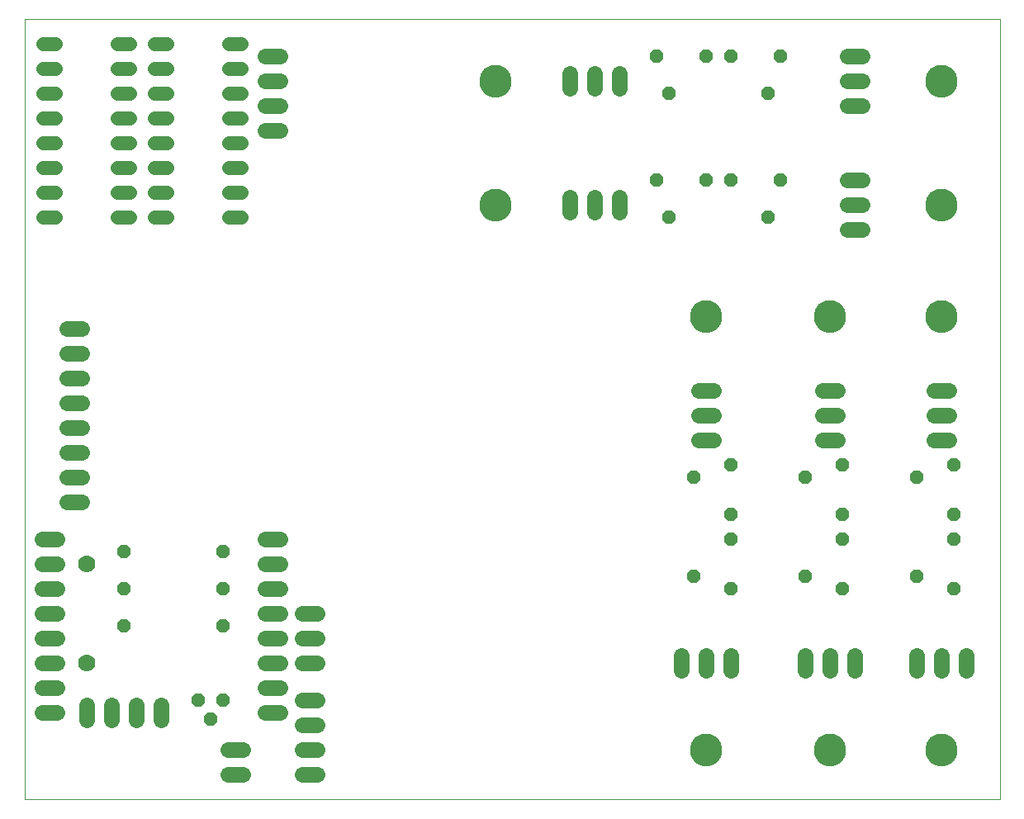
<source format=gbs>
G75*
%MOIN*%
%OFA0B0*%
%FSLAX25Y25*%
%IPPOS*%
%LPD*%
%AMOC8*
5,1,8,0,0,1.08239X$1,22.5*
%
%ADD10C,0.00000*%
%ADD11C,0.06400*%
%ADD12C,0.07000*%
%ADD13OC8,0.05600*%
%ADD14C,0.05600*%
%ADD15C,0.12998*%
D10*
X0002600Y0002600D02*
X0002600Y0317561D01*
X0396301Y0317561D01*
X0396301Y0002600D01*
X0002600Y0002600D01*
X0271301Y0022600D02*
X0271303Y0022758D01*
X0271309Y0022916D01*
X0271319Y0023074D01*
X0271333Y0023232D01*
X0271351Y0023389D01*
X0271372Y0023546D01*
X0271398Y0023702D01*
X0271428Y0023858D01*
X0271461Y0024013D01*
X0271499Y0024166D01*
X0271540Y0024319D01*
X0271585Y0024471D01*
X0271634Y0024622D01*
X0271687Y0024771D01*
X0271743Y0024919D01*
X0271803Y0025065D01*
X0271867Y0025210D01*
X0271935Y0025353D01*
X0272006Y0025495D01*
X0272080Y0025635D01*
X0272158Y0025772D01*
X0272240Y0025908D01*
X0272324Y0026042D01*
X0272413Y0026173D01*
X0272504Y0026302D01*
X0272599Y0026429D01*
X0272696Y0026554D01*
X0272797Y0026676D01*
X0272901Y0026795D01*
X0273008Y0026912D01*
X0273118Y0027026D01*
X0273231Y0027137D01*
X0273346Y0027246D01*
X0273464Y0027351D01*
X0273585Y0027453D01*
X0273708Y0027553D01*
X0273834Y0027649D01*
X0273962Y0027742D01*
X0274092Y0027832D01*
X0274225Y0027918D01*
X0274360Y0028002D01*
X0274496Y0028081D01*
X0274635Y0028158D01*
X0274776Y0028230D01*
X0274918Y0028300D01*
X0275062Y0028365D01*
X0275208Y0028427D01*
X0275355Y0028485D01*
X0275504Y0028540D01*
X0275654Y0028591D01*
X0275805Y0028638D01*
X0275957Y0028681D01*
X0276110Y0028720D01*
X0276265Y0028756D01*
X0276420Y0028787D01*
X0276576Y0028815D01*
X0276732Y0028839D01*
X0276889Y0028859D01*
X0277047Y0028875D01*
X0277204Y0028887D01*
X0277363Y0028895D01*
X0277521Y0028899D01*
X0277679Y0028899D01*
X0277837Y0028895D01*
X0277996Y0028887D01*
X0278153Y0028875D01*
X0278311Y0028859D01*
X0278468Y0028839D01*
X0278624Y0028815D01*
X0278780Y0028787D01*
X0278935Y0028756D01*
X0279090Y0028720D01*
X0279243Y0028681D01*
X0279395Y0028638D01*
X0279546Y0028591D01*
X0279696Y0028540D01*
X0279845Y0028485D01*
X0279992Y0028427D01*
X0280138Y0028365D01*
X0280282Y0028300D01*
X0280424Y0028230D01*
X0280565Y0028158D01*
X0280704Y0028081D01*
X0280840Y0028002D01*
X0280975Y0027918D01*
X0281108Y0027832D01*
X0281238Y0027742D01*
X0281366Y0027649D01*
X0281492Y0027553D01*
X0281615Y0027453D01*
X0281736Y0027351D01*
X0281854Y0027246D01*
X0281969Y0027137D01*
X0282082Y0027026D01*
X0282192Y0026912D01*
X0282299Y0026795D01*
X0282403Y0026676D01*
X0282504Y0026554D01*
X0282601Y0026429D01*
X0282696Y0026302D01*
X0282787Y0026173D01*
X0282876Y0026042D01*
X0282960Y0025908D01*
X0283042Y0025772D01*
X0283120Y0025635D01*
X0283194Y0025495D01*
X0283265Y0025353D01*
X0283333Y0025210D01*
X0283397Y0025065D01*
X0283457Y0024919D01*
X0283513Y0024771D01*
X0283566Y0024622D01*
X0283615Y0024471D01*
X0283660Y0024319D01*
X0283701Y0024166D01*
X0283739Y0024013D01*
X0283772Y0023858D01*
X0283802Y0023702D01*
X0283828Y0023546D01*
X0283849Y0023389D01*
X0283867Y0023232D01*
X0283881Y0023074D01*
X0283891Y0022916D01*
X0283897Y0022758D01*
X0283899Y0022600D01*
X0283897Y0022442D01*
X0283891Y0022284D01*
X0283881Y0022126D01*
X0283867Y0021968D01*
X0283849Y0021811D01*
X0283828Y0021654D01*
X0283802Y0021498D01*
X0283772Y0021342D01*
X0283739Y0021187D01*
X0283701Y0021034D01*
X0283660Y0020881D01*
X0283615Y0020729D01*
X0283566Y0020578D01*
X0283513Y0020429D01*
X0283457Y0020281D01*
X0283397Y0020135D01*
X0283333Y0019990D01*
X0283265Y0019847D01*
X0283194Y0019705D01*
X0283120Y0019565D01*
X0283042Y0019428D01*
X0282960Y0019292D01*
X0282876Y0019158D01*
X0282787Y0019027D01*
X0282696Y0018898D01*
X0282601Y0018771D01*
X0282504Y0018646D01*
X0282403Y0018524D01*
X0282299Y0018405D01*
X0282192Y0018288D01*
X0282082Y0018174D01*
X0281969Y0018063D01*
X0281854Y0017954D01*
X0281736Y0017849D01*
X0281615Y0017747D01*
X0281492Y0017647D01*
X0281366Y0017551D01*
X0281238Y0017458D01*
X0281108Y0017368D01*
X0280975Y0017282D01*
X0280840Y0017198D01*
X0280704Y0017119D01*
X0280565Y0017042D01*
X0280424Y0016970D01*
X0280282Y0016900D01*
X0280138Y0016835D01*
X0279992Y0016773D01*
X0279845Y0016715D01*
X0279696Y0016660D01*
X0279546Y0016609D01*
X0279395Y0016562D01*
X0279243Y0016519D01*
X0279090Y0016480D01*
X0278935Y0016444D01*
X0278780Y0016413D01*
X0278624Y0016385D01*
X0278468Y0016361D01*
X0278311Y0016341D01*
X0278153Y0016325D01*
X0277996Y0016313D01*
X0277837Y0016305D01*
X0277679Y0016301D01*
X0277521Y0016301D01*
X0277363Y0016305D01*
X0277204Y0016313D01*
X0277047Y0016325D01*
X0276889Y0016341D01*
X0276732Y0016361D01*
X0276576Y0016385D01*
X0276420Y0016413D01*
X0276265Y0016444D01*
X0276110Y0016480D01*
X0275957Y0016519D01*
X0275805Y0016562D01*
X0275654Y0016609D01*
X0275504Y0016660D01*
X0275355Y0016715D01*
X0275208Y0016773D01*
X0275062Y0016835D01*
X0274918Y0016900D01*
X0274776Y0016970D01*
X0274635Y0017042D01*
X0274496Y0017119D01*
X0274360Y0017198D01*
X0274225Y0017282D01*
X0274092Y0017368D01*
X0273962Y0017458D01*
X0273834Y0017551D01*
X0273708Y0017647D01*
X0273585Y0017747D01*
X0273464Y0017849D01*
X0273346Y0017954D01*
X0273231Y0018063D01*
X0273118Y0018174D01*
X0273008Y0018288D01*
X0272901Y0018405D01*
X0272797Y0018524D01*
X0272696Y0018646D01*
X0272599Y0018771D01*
X0272504Y0018898D01*
X0272413Y0019027D01*
X0272324Y0019158D01*
X0272240Y0019292D01*
X0272158Y0019428D01*
X0272080Y0019565D01*
X0272006Y0019705D01*
X0271935Y0019847D01*
X0271867Y0019990D01*
X0271803Y0020135D01*
X0271743Y0020281D01*
X0271687Y0020429D01*
X0271634Y0020578D01*
X0271585Y0020729D01*
X0271540Y0020881D01*
X0271499Y0021034D01*
X0271461Y0021187D01*
X0271428Y0021342D01*
X0271398Y0021498D01*
X0271372Y0021654D01*
X0271351Y0021811D01*
X0271333Y0021968D01*
X0271319Y0022126D01*
X0271309Y0022284D01*
X0271303Y0022442D01*
X0271301Y0022600D01*
X0321301Y0022600D02*
X0321303Y0022758D01*
X0321309Y0022916D01*
X0321319Y0023074D01*
X0321333Y0023232D01*
X0321351Y0023389D01*
X0321372Y0023546D01*
X0321398Y0023702D01*
X0321428Y0023858D01*
X0321461Y0024013D01*
X0321499Y0024166D01*
X0321540Y0024319D01*
X0321585Y0024471D01*
X0321634Y0024622D01*
X0321687Y0024771D01*
X0321743Y0024919D01*
X0321803Y0025065D01*
X0321867Y0025210D01*
X0321935Y0025353D01*
X0322006Y0025495D01*
X0322080Y0025635D01*
X0322158Y0025772D01*
X0322240Y0025908D01*
X0322324Y0026042D01*
X0322413Y0026173D01*
X0322504Y0026302D01*
X0322599Y0026429D01*
X0322696Y0026554D01*
X0322797Y0026676D01*
X0322901Y0026795D01*
X0323008Y0026912D01*
X0323118Y0027026D01*
X0323231Y0027137D01*
X0323346Y0027246D01*
X0323464Y0027351D01*
X0323585Y0027453D01*
X0323708Y0027553D01*
X0323834Y0027649D01*
X0323962Y0027742D01*
X0324092Y0027832D01*
X0324225Y0027918D01*
X0324360Y0028002D01*
X0324496Y0028081D01*
X0324635Y0028158D01*
X0324776Y0028230D01*
X0324918Y0028300D01*
X0325062Y0028365D01*
X0325208Y0028427D01*
X0325355Y0028485D01*
X0325504Y0028540D01*
X0325654Y0028591D01*
X0325805Y0028638D01*
X0325957Y0028681D01*
X0326110Y0028720D01*
X0326265Y0028756D01*
X0326420Y0028787D01*
X0326576Y0028815D01*
X0326732Y0028839D01*
X0326889Y0028859D01*
X0327047Y0028875D01*
X0327204Y0028887D01*
X0327363Y0028895D01*
X0327521Y0028899D01*
X0327679Y0028899D01*
X0327837Y0028895D01*
X0327996Y0028887D01*
X0328153Y0028875D01*
X0328311Y0028859D01*
X0328468Y0028839D01*
X0328624Y0028815D01*
X0328780Y0028787D01*
X0328935Y0028756D01*
X0329090Y0028720D01*
X0329243Y0028681D01*
X0329395Y0028638D01*
X0329546Y0028591D01*
X0329696Y0028540D01*
X0329845Y0028485D01*
X0329992Y0028427D01*
X0330138Y0028365D01*
X0330282Y0028300D01*
X0330424Y0028230D01*
X0330565Y0028158D01*
X0330704Y0028081D01*
X0330840Y0028002D01*
X0330975Y0027918D01*
X0331108Y0027832D01*
X0331238Y0027742D01*
X0331366Y0027649D01*
X0331492Y0027553D01*
X0331615Y0027453D01*
X0331736Y0027351D01*
X0331854Y0027246D01*
X0331969Y0027137D01*
X0332082Y0027026D01*
X0332192Y0026912D01*
X0332299Y0026795D01*
X0332403Y0026676D01*
X0332504Y0026554D01*
X0332601Y0026429D01*
X0332696Y0026302D01*
X0332787Y0026173D01*
X0332876Y0026042D01*
X0332960Y0025908D01*
X0333042Y0025772D01*
X0333120Y0025635D01*
X0333194Y0025495D01*
X0333265Y0025353D01*
X0333333Y0025210D01*
X0333397Y0025065D01*
X0333457Y0024919D01*
X0333513Y0024771D01*
X0333566Y0024622D01*
X0333615Y0024471D01*
X0333660Y0024319D01*
X0333701Y0024166D01*
X0333739Y0024013D01*
X0333772Y0023858D01*
X0333802Y0023702D01*
X0333828Y0023546D01*
X0333849Y0023389D01*
X0333867Y0023232D01*
X0333881Y0023074D01*
X0333891Y0022916D01*
X0333897Y0022758D01*
X0333899Y0022600D01*
X0333897Y0022442D01*
X0333891Y0022284D01*
X0333881Y0022126D01*
X0333867Y0021968D01*
X0333849Y0021811D01*
X0333828Y0021654D01*
X0333802Y0021498D01*
X0333772Y0021342D01*
X0333739Y0021187D01*
X0333701Y0021034D01*
X0333660Y0020881D01*
X0333615Y0020729D01*
X0333566Y0020578D01*
X0333513Y0020429D01*
X0333457Y0020281D01*
X0333397Y0020135D01*
X0333333Y0019990D01*
X0333265Y0019847D01*
X0333194Y0019705D01*
X0333120Y0019565D01*
X0333042Y0019428D01*
X0332960Y0019292D01*
X0332876Y0019158D01*
X0332787Y0019027D01*
X0332696Y0018898D01*
X0332601Y0018771D01*
X0332504Y0018646D01*
X0332403Y0018524D01*
X0332299Y0018405D01*
X0332192Y0018288D01*
X0332082Y0018174D01*
X0331969Y0018063D01*
X0331854Y0017954D01*
X0331736Y0017849D01*
X0331615Y0017747D01*
X0331492Y0017647D01*
X0331366Y0017551D01*
X0331238Y0017458D01*
X0331108Y0017368D01*
X0330975Y0017282D01*
X0330840Y0017198D01*
X0330704Y0017119D01*
X0330565Y0017042D01*
X0330424Y0016970D01*
X0330282Y0016900D01*
X0330138Y0016835D01*
X0329992Y0016773D01*
X0329845Y0016715D01*
X0329696Y0016660D01*
X0329546Y0016609D01*
X0329395Y0016562D01*
X0329243Y0016519D01*
X0329090Y0016480D01*
X0328935Y0016444D01*
X0328780Y0016413D01*
X0328624Y0016385D01*
X0328468Y0016361D01*
X0328311Y0016341D01*
X0328153Y0016325D01*
X0327996Y0016313D01*
X0327837Y0016305D01*
X0327679Y0016301D01*
X0327521Y0016301D01*
X0327363Y0016305D01*
X0327204Y0016313D01*
X0327047Y0016325D01*
X0326889Y0016341D01*
X0326732Y0016361D01*
X0326576Y0016385D01*
X0326420Y0016413D01*
X0326265Y0016444D01*
X0326110Y0016480D01*
X0325957Y0016519D01*
X0325805Y0016562D01*
X0325654Y0016609D01*
X0325504Y0016660D01*
X0325355Y0016715D01*
X0325208Y0016773D01*
X0325062Y0016835D01*
X0324918Y0016900D01*
X0324776Y0016970D01*
X0324635Y0017042D01*
X0324496Y0017119D01*
X0324360Y0017198D01*
X0324225Y0017282D01*
X0324092Y0017368D01*
X0323962Y0017458D01*
X0323834Y0017551D01*
X0323708Y0017647D01*
X0323585Y0017747D01*
X0323464Y0017849D01*
X0323346Y0017954D01*
X0323231Y0018063D01*
X0323118Y0018174D01*
X0323008Y0018288D01*
X0322901Y0018405D01*
X0322797Y0018524D01*
X0322696Y0018646D01*
X0322599Y0018771D01*
X0322504Y0018898D01*
X0322413Y0019027D01*
X0322324Y0019158D01*
X0322240Y0019292D01*
X0322158Y0019428D01*
X0322080Y0019565D01*
X0322006Y0019705D01*
X0321935Y0019847D01*
X0321867Y0019990D01*
X0321803Y0020135D01*
X0321743Y0020281D01*
X0321687Y0020429D01*
X0321634Y0020578D01*
X0321585Y0020729D01*
X0321540Y0020881D01*
X0321499Y0021034D01*
X0321461Y0021187D01*
X0321428Y0021342D01*
X0321398Y0021498D01*
X0321372Y0021654D01*
X0321351Y0021811D01*
X0321333Y0021968D01*
X0321319Y0022126D01*
X0321309Y0022284D01*
X0321303Y0022442D01*
X0321301Y0022600D01*
X0366301Y0022600D02*
X0366303Y0022758D01*
X0366309Y0022916D01*
X0366319Y0023074D01*
X0366333Y0023232D01*
X0366351Y0023389D01*
X0366372Y0023546D01*
X0366398Y0023702D01*
X0366428Y0023858D01*
X0366461Y0024013D01*
X0366499Y0024166D01*
X0366540Y0024319D01*
X0366585Y0024471D01*
X0366634Y0024622D01*
X0366687Y0024771D01*
X0366743Y0024919D01*
X0366803Y0025065D01*
X0366867Y0025210D01*
X0366935Y0025353D01*
X0367006Y0025495D01*
X0367080Y0025635D01*
X0367158Y0025772D01*
X0367240Y0025908D01*
X0367324Y0026042D01*
X0367413Y0026173D01*
X0367504Y0026302D01*
X0367599Y0026429D01*
X0367696Y0026554D01*
X0367797Y0026676D01*
X0367901Y0026795D01*
X0368008Y0026912D01*
X0368118Y0027026D01*
X0368231Y0027137D01*
X0368346Y0027246D01*
X0368464Y0027351D01*
X0368585Y0027453D01*
X0368708Y0027553D01*
X0368834Y0027649D01*
X0368962Y0027742D01*
X0369092Y0027832D01*
X0369225Y0027918D01*
X0369360Y0028002D01*
X0369496Y0028081D01*
X0369635Y0028158D01*
X0369776Y0028230D01*
X0369918Y0028300D01*
X0370062Y0028365D01*
X0370208Y0028427D01*
X0370355Y0028485D01*
X0370504Y0028540D01*
X0370654Y0028591D01*
X0370805Y0028638D01*
X0370957Y0028681D01*
X0371110Y0028720D01*
X0371265Y0028756D01*
X0371420Y0028787D01*
X0371576Y0028815D01*
X0371732Y0028839D01*
X0371889Y0028859D01*
X0372047Y0028875D01*
X0372204Y0028887D01*
X0372363Y0028895D01*
X0372521Y0028899D01*
X0372679Y0028899D01*
X0372837Y0028895D01*
X0372996Y0028887D01*
X0373153Y0028875D01*
X0373311Y0028859D01*
X0373468Y0028839D01*
X0373624Y0028815D01*
X0373780Y0028787D01*
X0373935Y0028756D01*
X0374090Y0028720D01*
X0374243Y0028681D01*
X0374395Y0028638D01*
X0374546Y0028591D01*
X0374696Y0028540D01*
X0374845Y0028485D01*
X0374992Y0028427D01*
X0375138Y0028365D01*
X0375282Y0028300D01*
X0375424Y0028230D01*
X0375565Y0028158D01*
X0375704Y0028081D01*
X0375840Y0028002D01*
X0375975Y0027918D01*
X0376108Y0027832D01*
X0376238Y0027742D01*
X0376366Y0027649D01*
X0376492Y0027553D01*
X0376615Y0027453D01*
X0376736Y0027351D01*
X0376854Y0027246D01*
X0376969Y0027137D01*
X0377082Y0027026D01*
X0377192Y0026912D01*
X0377299Y0026795D01*
X0377403Y0026676D01*
X0377504Y0026554D01*
X0377601Y0026429D01*
X0377696Y0026302D01*
X0377787Y0026173D01*
X0377876Y0026042D01*
X0377960Y0025908D01*
X0378042Y0025772D01*
X0378120Y0025635D01*
X0378194Y0025495D01*
X0378265Y0025353D01*
X0378333Y0025210D01*
X0378397Y0025065D01*
X0378457Y0024919D01*
X0378513Y0024771D01*
X0378566Y0024622D01*
X0378615Y0024471D01*
X0378660Y0024319D01*
X0378701Y0024166D01*
X0378739Y0024013D01*
X0378772Y0023858D01*
X0378802Y0023702D01*
X0378828Y0023546D01*
X0378849Y0023389D01*
X0378867Y0023232D01*
X0378881Y0023074D01*
X0378891Y0022916D01*
X0378897Y0022758D01*
X0378899Y0022600D01*
X0378897Y0022442D01*
X0378891Y0022284D01*
X0378881Y0022126D01*
X0378867Y0021968D01*
X0378849Y0021811D01*
X0378828Y0021654D01*
X0378802Y0021498D01*
X0378772Y0021342D01*
X0378739Y0021187D01*
X0378701Y0021034D01*
X0378660Y0020881D01*
X0378615Y0020729D01*
X0378566Y0020578D01*
X0378513Y0020429D01*
X0378457Y0020281D01*
X0378397Y0020135D01*
X0378333Y0019990D01*
X0378265Y0019847D01*
X0378194Y0019705D01*
X0378120Y0019565D01*
X0378042Y0019428D01*
X0377960Y0019292D01*
X0377876Y0019158D01*
X0377787Y0019027D01*
X0377696Y0018898D01*
X0377601Y0018771D01*
X0377504Y0018646D01*
X0377403Y0018524D01*
X0377299Y0018405D01*
X0377192Y0018288D01*
X0377082Y0018174D01*
X0376969Y0018063D01*
X0376854Y0017954D01*
X0376736Y0017849D01*
X0376615Y0017747D01*
X0376492Y0017647D01*
X0376366Y0017551D01*
X0376238Y0017458D01*
X0376108Y0017368D01*
X0375975Y0017282D01*
X0375840Y0017198D01*
X0375704Y0017119D01*
X0375565Y0017042D01*
X0375424Y0016970D01*
X0375282Y0016900D01*
X0375138Y0016835D01*
X0374992Y0016773D01*
X0374845Y0016715D01*
X0374696Y0016660D01*
X0374546Y0016609D01*
X0374395Y0016562D01*
X0374243Y0016519D01*
X0374090Y0016480D01*
X0373935Y0016444D01*
X0373780Y0016413D01*
X0373624Y0016385D01*
X0373468Y0016361D01*
X0373311Y0016341D01*
X0373153Y0016325D01*
X0372996Y0016313D01*
X0372837Y0016305D01*
X0372679Y0016301D01*
X0372521Y0016301D01*
X0372363Y0016305D01*
X0372204Y0016313D01*
X0372047Y0016325D01*
X0371889Y0016341D01*
X0371732Y0016361D01*
X0371576Y0016385D01*
X0371420Y0016413D01*
X0371265Y0016444D01*
X0371110Y0016480D01*
X0370957Y0016519D01*
X0370805Y0016562D01*
X0370654Y0016609D01*
X0370504Y0016660D01*
X0370355Y0016715D01*
X0370208Y0016773D01*
X0370062Y0016835D01*
X0369918Y0016900D01*
X0369776Y0016970D01*
X0369635Y0017042D01*
X0369496Y0017119D01*
X0369360Y0017198D01*
X0369225Y0017282D01*
X0369092Y0017368D01*
X0368962Y0017458D01*
X0368834Y0017551D01*
X0368708Y0017647D01*
X0368585Y0017747D01*
X0368464Y0017849D01*
X0368346Y0017954D01*
X0368231Y0018063D01*
X0368118Y0018174D01*
X0368008Y0018288D01*
X0367901Y0018405D01*
X0367797Y0018524D01*
X0367696Y0018646D01*
X0367599Y0018771D01*
X0367504Y0018898D01*
X0367413Y0019027D01*
X0367324Y0019158D01*
X0367240Y0019292D01*
X0367158Y0019428D01*
X0367080Y0019565D01*
X0367006Y0019705D01*
X0366935Y0019847D01*
X0366867Y0019990D01*
X0366803Y0020135D01*
X0366743Y0020281D01*
X0366687Y0020429D01*
X0366634Y0020578D01*
X0366585Y0020729D01*
X0366540Y0020881D01*
X0366499Y0021034D01*
X0366461Y0021187D01*
X0366428Y0021342D01*
X0366398Y0021498D01*
X0366372Y0021654D01*
X0366351Y0021811D01*
X0366333Y0021968D01*
X0366319Y0022126D01*
X0366309Y0022284D01*
X0366303Y0022442D01*
X0366301Y0022600D01*
X0366301Y0197600D02*
X0366303Y0197758D01*
X0366309Y0197916D01*
X0366319Y0198074D01*
X0366333Y0198232D01*
X0366351Y0198389D01*
X0366372Y0198546D01*
X0366398Y0198702D01*
X0366428Y0198858D01*
X0366461Y0199013D01*
X0366499Y0199166D01*
X0366540Y0199319D01*
X0366585Y0199471D01*
X0366634Y0199622D01*
X0366687Y0199771D01*
X0366743Y0199919D01*
X0366803Y0200065D01*
X0366867Y0200210D01*
X0366935Y0200353D01*
X0367006Y0200495D01*
X0367080Y0200635D01*
X0367158Y0200772D01*
X0367240Y0200908D01*
X0367324Y0201042D01*
X0367413Y0201173D01*
X0367504Y0201302D01*
X0367599Y0201429D01*
X0367696Y0201554D01*
X0367797Y0201676D01*
X0367901Y0201795D01*
X0368008Y0201912D01*
X0368118Y0202026D01*
X0368231Y0202137D01*
X0368346Y0202246D01*
X0368464Y0202351D01*
X0368585Y0202453D01*
X0368708Y0202553D01*
X0368834Y0202649D01*
X0368962Y0202742D01*
X0369092Y0202832D01*
X0369225Y0202918D01*
X0369360Y0203002D01*
X0369496Y0203081D01*
X0369635Y0203158D01*
X0369776Y0203230D01*
X0369918Y0203300D01*
X0370062Y0203365D01*
X0370208Y0203427D01*
X0370355Y0203485D01*
X0370504Y0203540D01*
X0370654Y0203591D01*
X0370805Y0203638D01*
X0370957Y0203681D01*
X0371110Y0203720D01*
X0371265Y0203756D01*
X0371420Y0203787D01*
X0371576Y0203815D01*
X0371732Y0203839D01*
X0371889Y0203859D01*
X0372047Y0203875D01*
X0372204Y0203887D01*
X0372363Y0203895D01*
X0372521Y0203899D01*
X0372679Y0203899D01*
X0372837Y0203895D01*
X0372996Y0203887D01*
X0373153Y0203875D01*
X0373311Y0203859D01*
X0373468Y0203839D01*
X0373624Y0203815D01*
X0373780Y0203787D01*
X0373935Y0203756D01*
X0374090Y0203720D01*
X0374243Y0203681D01*
X0374395Y0203638D01*
X0374546Y0203591D01*
X0374696Y0203540D01*
X0374845Y0203485D01*
X0374992Y0203427D01*
X0375138Y0203365D01*
X0375282Y0203300D01*
X0375424Y0203230D01*
X0375565Y0203158D01*
X0375704Y0203081D01*
X0375840Y0203002D01*
X0375975Y0202918D01*
X0376108Y0202832D01*
X0376238Y0202742D01*
X0376366Y0202649D01*
X0376492Y0202553D01*
X0376615Y0202453D01*
X0376736Y0202351D01*
X0376854Y0202246D01*
X0376969Y0202137D01*
X0377082Y0202026D01*
X0377192Y0201912D01*
X0377299Y0201795D01*
X0377403Y0201676D01*
X0377504Y0201554D01*
X0377601Y0201429D01*
X0377696Y0201302D01*
X0377787Y0201173D01*
X0377876Y0201042D01*
X0377960Y0200908D01*
X0378042Y0200772D01*
X0378120Y0200635D01*
X0378194Y0200495D01*
X0378265Y0200353D01*
X0378333Y0200210D01*
X0378397Y0200065D01*
X0378457Y0199919D01*
X0378513Y0199771D01*
X0378566Y0199622D01*
X0378615Y0199471D01*
X0378660Y0199319D01*
X0378701Y0199166D01*
X0378739Y0199013D01*
X0378772Y0198858D01*
X0378802Y0198702D01*
X0378828Y0198546D01*
X0378849Y0198389D01*
X0378867Y0198232D01*
X0378881Y0198074D01*
X0378891Y0197916D01*
X0378897Y0197758D01*
X0378899Y0197600D01*
X0378897Y0197442D01*
X0378891Y0197284D01*
X0378881Y0197126D01*
X0378867Y0196968D01*
X0378849Y0196811D01*
X0378828Y0196654D01*
X0378802Y0196498D01*
X0378772Y0196342D01*
X0378739Y0196187D01*
X0378701Y0196034D01*
X0378660Y0195881D01*
X0378615Y0195729D01*
X0378566Y0195578D01*
X0378513Y0195429D01*
X0378457Y0195281D01*
X0378397Y0195135D01*
X0378333Y0194990D01*
X0378265Y0194847D01*
X0378194Y0194705D01*
X0378120Y0194565D01*
X0378042Y0194428D01*
X0377960Y0194292D01*
X0377876Y0194158D01*
X0377787Y0194027D01*
X0377696Y0193898D01*
X0377601Y0193771D01*
X0377504Y0193646D01*
X0377403Y0193524D01*
X0377299Y0193405D01*
X0377192Y0193288D01*
X0377082Y0193174D01*
X0376969Y0193063D01*
X0376854Y0192954D01*
X0376736Y0192849D01*
X0376615Y0192747D01*
X0376492Y0192647D01*
X0376366Y0192551D01*
X0376238Y0192458D01*
X0376108Y0192368D01*
X0375975Y0192282D01*
X0375840Y0192198D01*
X0375704Y0192119D01*
X0375565Y0192042D01*
X0375424Y0191970D01*
X0375282Y0191900D01*
X0375138Y0191835D01*
X0374992Y0191773D01*
X0374845Y0191715D01*
X0374696Y0191660D01*
X0374546Y0191609D01*
X0374395Y0191562D01*
X0374243Y0191519D01*
X0374090Y0191480D01*
X0373935Y0191444D01*
X0373780Y0191413D01*
X0373624Y0191385D01*
X0373468Y0191361D01*
X0373311Y0191341D01*
X0373153Y0191325D01*
X0372996Y0191313D01*
X0372837Y0191305D01*
X0372679Y0191301D01*
X0372521Y0191301D01*
X0372363Y0191305D01*
X0372204Y0191313D01*
X0372047Y0191325D01*
X0371889Y0191341D01*
X0371732Y0191361D01*
X0371576Y0191385D01*
X0371420Y0191413D01*
X0371265Y0191444D01*
X0371110Y0191480D01*
X0370957Y0191519D01*
X0370805Y0191562D01*
X0370654Y0191609D01*
X0370504Y0191660D01*
X0370355Y0191715D01*
X0370208Y0191773D01*
X0370062Y0191835D01*
X0369918Y0191900D01*
X0369776Y0191970D01*
X0369635Y0192042D01*
X0369496Y0192119D01*
X0369360Y0192198D01*
X0369225Y0192282D01*
X0369092Y0192368D01*
X0368962Y0192458D01*
X0368834Y0192551D01*
X0368708Y0192647D01*
X0368585Y0192747D01*
X0368464Y0192849D01*
X0368346Y0192954D01*
X0368231Y0193063D01*
X0368118Y0193174D01*
X0368008Y0193288D01*
X0367901Y0193405D01*
X0367797Y0193524D01*
X0367696Y0193646D01*
X0367599Y0193771D01*
X0367504Y0193898D01*
X0367413Y0194027D01*
X0367324Y0194158D01*
X0367240Y0194292D01*
X0367158Y0194428D01*
X0367080Y0194565D01*
X0367006Y0194705D01*
X0366935Y0194847D01*
X0366867Y0194990D01*
X0366803Y0195135D01*
X0366743Y0195281D01*
X0366687Y0195429D01*
X0366634Y0195578D01*
X0366585Y0195729D01*
X0366540Y0195881D01*
X0366499Y0196034D01*
X0366461Y0196187D01*
X0366428Y0196342D01*
X0366398Y0196498D01*
X0366372Y0196654D01*
X0366351Y0196811D01*
X0366333Y0196968D01*
X0366319Y0197126D01*
X0366309Y0197284D01*
X0366303Y0197442D01*
X0366301Y0197600D01*
X0321301Y0197600D02*
X0321303Y0197758D01*
X0321309Y0197916D01*
X0321319Y0198074D01*
X0321333Y0198232D01*
X0321351Y0198389D01*
X0321372Y0198546D01*
X0321398Y0198702D01*
X0321428Y0198858D01*
X0321461Y0199013D01*
X0321499Y0199166D01*
X0321540Y0199319D01*
X0321585Y0199471D01*
X0321634Y0199622D01*
X0321687Y0199771D01*
X0321743Y0199919D01*
X0321803Y0200065D01*
X0321867Y0200210D01*
X0321935Y0200353D01*
X0322006Y0200495D01*
X0322080Y0200635D01*
X0322158Y0200772D01*
X0322240Y0200908D01*
X0322324Y0201042D01*
X0322413Y0201173D01*
X0322504Y0201302D01*
X0322599Y0201429D01*
X0322696Y0201554D01*
X0322797Y0201676D01*
X0322901Y0201795D01*
X0323008Y0201912D01*
X0323118Y0202026D01*
X0323231Y0202137D01*
X0323346Y0202246D01*
X0323464Y0202351D01*
X0323585Y0202453D01*
X0323708Y0202553D01*
X0323834Y0202649D01*
X0323962Y0202742D01*
X0324092Y0202832D01*
X0324225Y0202918D01*
X0324360Y0203002D01*
X0324496Y0203081D01*
X0324635Y0203158D01*
X0324776Y0203230D01*
X0324918Y0203300D01*
X0325062Y0203365D01*
X0325208Y0203427D01*
X0325355Y0203485D01*
X0325504Y0203540D01*
X0325654Y0203591D01*
X0325805Y0203638D01*
X0325957Y0203681D01*
X0326110Y0203720D01*
X0326265Y0203756D01*
X0326420Y0203787D01*
X0326576Y0203815D01*
X0326732Y0203839D01*
X0326889Y0203859D01*
X0327047Y0203875D01*
X0327204Y0203887D01*
X0327363Y0203895D01*
X0327521Y0203899D01*
X0327679Y0203899D01*
X0327837Y0203895D01*
X0327996Y0203887D01*
X0328153Y0203875D01*
X0328311Y0203859D01*
X0328468Y0203839D01*
X0328624Y0203815D01*
X0328780Y0203787D01*
X0328935Y0203756D01*
X0329090Y0203720D01*
X0329243Y0203681D01*
X0329395Y0203638D01*
X0329546Y0203591D01*
X0329696Y0203540D01*
X0329845Y0203485D01*
X0329992Y0203427D01*
X0330138Y0203365D01*
X0330282Y0203300D01*
X0330424Y0203230D01*
X0330565Y0203158D01*
X0330704Y0203081D01*
X0330840Y0203002D01*
X0330975Y0202918D01*
X0331108Y0202832D01*
X0331238Y0202742D01*
X0331366Y0202649D01*
X0331492Y0202553D01*
X0331615Y0202453D01*
X0331736Y0202351D01*
X0331854Y0202246D01*
X0331969Y0202137D01*
X0332082Y0202026D01*
X0332192Y0201912D01*
X0332299Y0201795D01*
X0332403Y0201676D01*
X0332504Y0201554D01*
X0332601Y0201429D01*
X0332696Y0201302D01*
X0332787Y0201173D01*
X0332876Y0201042D01*
X0332960Y0200908D01*
X0333042Y0200772D01*
X0333120Y0200635D01*
X0333194Y0200495D01*
X0333265Y0200353D01*
X0333333Y0200210D01*
X0333397Y0200065D01*
X0333457Y0199919D01*
X0333513Y0199771D01*
X0333566Y0199622D01*
X0333615Y0199471D01*
X0333660Y0199319D01*
X0333701Y0199166D01*
X0333739Y0199013D01*
X0333772Y0198858D01*
X0333802Y0198702D01*
X0333828Y0198546D01*
X0333849Y0198389D01*
X0333867Y0198232D01*
X0333881Y0198074D01*
X0333891Y0197916D01*
X0333897Y0197758D01*
X0333899Y0197600D01*
X0333897Y0197442D01*
X0333891Y0197284D01*
X0333881Y0197126D01*
X0333867Y0196968D01*
X0333849Y0196811D01*
X0333828Y0196654D01*
X0333802Y0196498D01*
X0333772Y0196342D01*
X0333739Y0196187D01*
X0333701Y0196034D01*
X0333660Y0195881D01*
X0333615Y0195729D01*
X0333566Y0195578D01*
X0333513Y0195429D01*
X0333457Y0195281D01*
X0333397Y0195135D01*
X0333333Y0194990D01*
X0333265Y0194847D01*
X0333194Y0194705D01*
X0333120Y0194565D01*
X0333042Y0194428D01*
X0332960Y0194292D01*
X0332876Y0194158D01*
X0332787Y0194027D01*
X0332696Y0193898D01*
X0332601Y0193771D01*
X0332504Y0193646D01*
X0332403Y0193524D01*
X0332299Y0193405D01*
X0332192Y0193288D01*
X0332082Y0193174D01*
X0331969Y0193063D01*
X0331854Y0192954D01*
X0331736Y0192849D01*
X0331615Y0192747D01*
X0331492Y0192647D01*
X0331366Y0192551D01*
X0331238Y0192458D01*
X0331108Y0192368D01*
X0330975Y0192282D01*
X0330840Y0192198D01*
X0330704Y0192119D01*
X0330565Y0192042D01*
X0330424Y0191970D01*
X0330282Y0191900D01*
X0330138Y0191835D01*
X0329992Y0191773D01*
X0329845Y0191715D01*
X0329696Y0191660D01*
X0329546Y0191609D01*
X0329395Y0191562D01*
X0329243Y0191519D01*
X0329090Y0191480D01*
X0328935Y0191444D01*
X0328780Y0191413D01*
X0328624Y0191385D01*
X0328468Y0191361D01*
X0328311Y0191341D01*
X0328153Y0191325D01*
X0327996Y0191313D01*
X0327837Y0191305D01*
X0327679Y0191301D01*
X0327521Y0191301D01*
X0327363Y0191305D01*
X0327204Y0191313D01*
X0327047Y0191325D01*
X0326889Y0191341D01*
X0326732Y0191361D01*
X0326576Y0191385D01*
X0326420Y0191413D01*
X0326265Y0191444D01*
X0326110Y0191480D01*
X0325957Y0191519D01*
X0325805Y0191562D01*
X0325654Y0191609D01*
X0325504Y0191660D01*
X0325355Y0191715D01*
X0325208Y0191773D01*
X0325062Y0191835D01*
X0324918Y0191900D01*
X0324776Y0191970D01*
X0324635Y0192042D01*
X0324496Y0192119D01*
X0324360Y0192198D01*
X0324225Y0192282D01*
X0324092Y0192368D01*
X0323962Y0192458D01*
X0323834Y0192551D01*
X0323708Y0192647D01*
X0323585Y0192747D01*
X0323464Y0192849D01*
X0323346Y0192954D01*
X0323231Y0193063D01*
X0323118Y0193174D01*
X0323008Y0193288D01*
X0322901Y0193405D01*
X0322797Y0193524D01*
X0322696Y0193646D01*
X0322599Y0193771D01*
X0322504Y0193898D01*
X0322413Y0194027D01*
X0322324Y0194158D01*
X0322240Y0194292D01*
X0322158Y0194428D01*
X0322080Y0194565D01*
X0322006Y0194705D01*
X0321935Y0194847D01*
X0321867Y0194990D01*
X0321803Y0195135D01*
X0321743Y0195281D01*
X0321687Y0195429D01*
X0321634Y0195578D01*
X0321585Y0195729D01*
X0321540Y0195881D01*
X0321499Y0196034D01*
X0321461Y0196187D01*
X0321428Y0196342D01*
X0321398Y0196498D01*
X0321372Y0196654D01*
X0321351Y0196811D01*
X0321333Y0196968D01*
X0321319Y0197126D01*
X0321309Y0197284D01*
X0321303Y0197442D01*
X0321301Y0197600D01*
X0271301Y0197600D02*
X0271303Y0197758D01*
X0271309Y0197916D01*
X0271319Y0198074D01*
X0271333Y0198232D01*
X0271351Y0198389D01*
X0271372Y0198546D01*
X0271398Y0198702D01*
X0271428Y0198858D01*
X0271461Y0199013D01*
X0271499Y0199166D01*
X0271540Y0199319D01*
X0271585Y0199471D01*
X0271634Y0199622D01*
X0271687Y0199771D01*
X0271743Y0199919D01*
X0271803Y0200065D01*
X0271867Y0200210D01*
X0271935Y0200353D01*
X0272006Y0200495D01*
X0272080Y0200635D01*
X0272158Y0200772D01*
X0272240Y0200908D01*
X0272324Y0201042D01*
X0272413Y0201173D01*
X0272504Y0201302D01*
X0272599Y0201429D01*
X0272696Y0201554D01*
X0272797Y0201676D01*
X0272901Y0201795D01*
X0273008Y0201912D01*
X0273118Y0202026D01*
X0273231Y0202137D01*
X0273346Y0202246D01*
X0273464Y0202351D01*
X0273585Y0202453D01*
X0273708Y0202553D01*
X0273834Y0202649D01*
X0273962Y0202742D01*
X0274092Y0202832D01*
X0274225Y0202918D01*
X0274360Y0203002D01*
X0274496Y0203081D01*
X0274635Y0203158D01*
X0274776Y0203230D01*
X0274918Y0203300D01*
X0275062Y0203365D01*
X0275208Y0203427D01*
X0275355Y0203485D01*
X0275504Y0203540D01*
X0275654Y0203591D01*
X0275805Y0203638D01*
X0275957Y0203681D01*
X0276110Y0203720D01*
X0276265Y0203756D01*
X0276420Y0203787D01*
X0276576Y0203815D01*
X0276732Y0203839D01*
X0276889Y0203859D01*
X0277047Y0203875D01*
X0277204Y0203887D01*
X0277363Y0203895D01*
X0277521Y0203899D01*
X0277679Y0203899D01*
X0277837Y0203895D01*
X0277996Y0203887D01*
X0278153Y0203875D01*
X0278311Y0203859D01*
X0278468Y0203839D01*
X0278624Y0203815D01*
X0278780Y0203787D01*
X0278935Y0203756D01*
X0279090Y0203720D01*
X0279243Y0203681D01*
X0279395Y0203638D01*
X0279546Y0203591D01*
X0279696Y0203540D01*
X0279845Y0203485D01*
X0279992Y0203427D01*
X0280138Y0203365D01*
X0280282Y0203300D01*
X0280424Y0203230D01*
X0280565Y0203158D01*
X0280704Y0203081D01*
X0280840Y0203002D01*
X0280975Y0202918D01*
X0281108Y0202832D01*
X0281238Y0202742D01*
X0281366Y0202649D01*
X0281492Y0202553D01*
X0281615Y0202453D01*
X0281736Y0202351D01*
X0281854Y0202246D01*
X0281969Y0202137D01*
X0282082Y0202026D01*
X0282192Y0201912D01*
X0282299Y0201795D01*
X0282403Y0201676D01*
X0282504Y0201554D01*
X0282601Y0201429D01*
X0282696Y0201302D01*
X0282787Y0201173D01*
X0282876Y0201042D01*
X0282960Y0200908D01*
X0283042Y0200772D01*
X0283120Y0200635D01*
X0283194Y0200495D01*
X0283265Y0200353D01*
X0283333Y0200210D01*
X0283397Y0200065D01*
X0283457Y0199919D01*
X0283513Y0199771D01*
X0283566Y0199622D01*
X0283615Y0199471D01*
X0283660Y0199319D01*
X0283701Y0199166D01*
X0283739Y0199013D01*
X0283772Y0198858D01*
X0283802Y0198702D01*
X0283828Y0198546D01*
X0283849Y0198389D01*
X0283867Y0198232D01*
X0283881Y0198074D01*
X0283891Y0197916D01*
X0283897Y0197758D01*
X0283899Y0197600D01*
X0283897Y0197442D01*
X0283891Y0197284D01*
X0283881Y0197126D01*
X0283867Y0196968D01*
X0283849Y0196811D01*
X0283828Y0196654D01*
X0283802Y0196498D01*
X0283772Y0196342D01*
X0283739Y0196187D01*
X0283701Y0196034D01*
X0283660Y0195881D01*
X0283615Y0195729D01*
X0283566Y0195578D01*
X0283513Y0195429D01*
X0283457Y0195281D01*
X0283397Y0195135D01*
X0283333Y0194990D01*
X0283265Y0194847D01*
X0283194Y0194705D01*
X0283120Y0194565D01*
X0283042Y0194428D01*
X0282960Y0194292D01*
X0282876Y0194158D01*
X0282787Y0194027D01*
X0282696Y0193898D01*
X0282601Y0193771D01*
X0282504Y0193646D01*
X0282403Y0193524D01*
X0282299Y0193405D01*
X0282192Y0193288D01*
X0282082Y0193174D01*
X0281969Y0193063D01*
X0281854Y0192954D01*
X0281736Y0192849D01*
X0281615Y0192747D01*
X0281492Y0192647D01*
X0281366Y0192551D01*
X0281238Y0192458D01*
X0281108Y0192368D01*
X0280975Y0192282D01*
X0280840Y0192198D01*
X0280704Y0192119D01*
X0280565Y0192042D01*
X0280424Y0191970D01*
X0280282Y0191900D01*
X0280138Y0191835D01*
X0279992Y0191773D01*
X0279845Y0191715D01*
X0279696Y0191660D01*
X0279546Y0191609D01*
X0279395Y0191562D01*
X0279243Y0191519D01*
X0279090Y0191480D01*
X0278935Y0191444D01*
X0278780Y0191413D01*
X0278624Y0191385D01*
X0278468Y0191361D01*
X0278311Y0191341D01*
X0278153Y0191325D01*
X0277996Y0191313D01*
X0277837Y0191305D01*
X0277679Y0191301D01*
X0277521Y0191301D01*
X0277363Y0191305D01*
X0277204Y0191313D01*
X0277047Y0191325D01*
X0276889Y0191341D01*
X0276732Y0191361D01*
X0276576Y0191385D01*
X0276420Y0191413D01*
X0276265Y0191444D01*
X0276110Y0191480D01*
X0275957Y0191519D01*
X0275805Y0191562D01*
X0275654Y0191609D01*
X0275504Y0191660D01*
X0275355Y0191715D01*
X0275208Y0191773D01*
X0275062Y0191835D01*
X0274918Y0191900D01*
X0274776Y0191970D01*
X0274635Y0192042D01*
X0274496Y0192119D01*
X0274360Y0192198D01*
X0274225Y0192282D01*
X0274092Y0192368D01*
X0273962Y0192458D01*
X0273834Y0192551D01*
X0273708Y0192647D01*
X0273585Y0192747D01*
X0273464Y0192849D01*
X0273346Y0192954D01*
X0273231Y0193063D01*
X0273118Y0193174D01*
X0273008Y0193288D01*
X0272901Y0193405D01*
X0272797Y0193524D01*
X0272696Y0193646D01*
X0272599Y0193771D01*
X0272504Y0193898D01*
X0272413Y0194027D01*
X0272324Y0194158D01*
X0272240Y0194292D01*
X0272158Y0194428D01*
X0272080Y0194565D01*
X0272006Y0194705D01*
X0271935Y0194847D01*
X0271867Y0194990D01*
X0271803Y0195135D01*
X0271743Y0195281D01*
X0271687Y0195429D01*
X0271634Y0195578D01*
X0271585Y0195729D01*
X0271540Y0195881D01*
X0271499Y0196034D01*
X0271461Y0196187D01*
X0271428Y0196342D01*
X0271398Y0196498D01*
X0271372Y0196654D01*
X0271351Y0196811D01*
X0271333Y0196968D01*
X0271319Y0197126D01*
X0271309Y0197284D01*
X0271303Y0197442D01*
X0271301Y0197600D01*
X0186301Y0242600D02*
X0186303Y0242758D01*
X0186309Y0242916D01*
X0186319Y0243074D01*
X0186333Y0243232D01*
X0186351Y0243389D01*
X0186372Y0243546D01*
X0186398Y0243702D01*
X0186428Y0243858D01*
X0186461Y0244013D01*
X0186499Y0244166D01*
X0186540Y0244319D01*
X0186585Y0244471D01*
X0186634Y0244622D01*
X0186687Y0244771D01*
X0186743Y0244919D01*
X0186803Y0245065D01*
X0186867Y0245210D01*
X0186935Y0245353D01*
X0187006Y0245495D01*
X0187080Y0245635D01*
X0187158Y0245772D01*
X0187240Y0245908D01*
X0187324Y0246042D01*
X0187413Y0246173D01*
X0187504Y0246302D01*
X0187599Y0246429D01*
X0187696Y0246554D01*
X0187797Y0246676D01*
X0187901Y0246795D01*
X0188008Y0246912D01*
X0188118Y0247026D01*
X0188231Y0247137D01*
X0188346Y0247246D01*
X0188464Y0247351D01*
X0188585Y0247453D01*
X0188708Y0247553D01*
X0188834Y0247649D01*
X0188962Y0247742D01*
X0189092Y0247832D01*
X0189225Y0247918D01*
X0189360Y0248002D01*
X0189496Y0248081D01*
X0189635Y0248158D01*
X0189776Y0248230D01*
X0189918Y0248300D01*
X0190062Y0248365D01*
X0190208Y0248427D01*
X0190355Y0248485D01*
X0190504Y0248540D01*
X0190654Y0248591D01*
X0190805Y0248638D01*
X0190957Y0248681D01*
X0191110Y0248720D01*
X0191265Y0248756D01*
X0191420Y0248787D01*
X0191576Y0248815D01*
X0191732Y0248839D01*
X0191889Y0248859D01*
X0192047Y0248875D01*
X0192204Y0248887D01*
X0192363Y0248895D01*
X0192521Y0248899D01*
X0192679Y0248899D01*
X0192837Y0248895D01*
X0192996Y0248887D01*
X0193153Y0248875D01*
X0193311Y0248859D01*
X0193468Y0248839D01*
X0193624Y0248815D01*
X0193780Y0248787D01*
X0193935Y0248756D01*
X0194090Y0248720D01*
X0194243Y0248681D01*
X0194395Y0248638D01*
X0194546Y0248591D01*
X0194696Y0248540D01*
X0194845Y0248485D01*
X0194992Y0248427D01*
X0195138Y0248365D01*
X0195282Y0248300D01*
X0195424Y0248230D01*
X0195565Y0248158D01*
X0195704Y0248081D01*
X0195840Y0248002D01*
X0195975Y0247918D01*
X0196108Y0247832D01*
X0196238Y0247742D01*
X0196366Y0247649D01*
X0196492Y0247553D01*
X0196615Y0247453D01*
X0196736Y0247351D01*
X0196854Y0247246D01*
X0196969Y0247137D01*
X0197082Y0247026D01*
X0197192Y0246912D01*
X0197299Y0246795D01*
X0197403Y0246676D01*
X0197504Y0246554D01*
X0197601Y0246429D01*
X0197696Y0246302D01*
X0197787Y0246173D01*
X0197876Y0246042D01*
X0197960Y0245908D01*
X0198042Y0245772D01*
X0198120Y0245635D01*
X0198194Y0245495D01*
X0198265Y0245353D01*
X0198333Y0245210D01*
X0198397Y0245065D01*
X0198457Y0244919D01*
X0198513Y0244771D01*
X0198566Y0244622D01*
X0198615Y0244471D01*
X0198660Y0244319D01*
X0198701Y0244166D01*
X0198739Y0244013D01*
X0198772Y0243858D01*
X0198802Y0243702D01*
X0198828Y0243546D01*
X0198849Y0243389D01*
X0198867Y0243232D01*
X0198881Y0243074D01*
X0198891Y0242916D01*
X0198897Y0242758D01*
X0198899Y0242600D01*
X0198897Y0242442D01*
X0198891Y0242284D01*
X0198881Y0242126D01*
X0198867Y0241968D01*
X0198849Y0241811D01*
X0198828Y0241654D01*
X0198802Y0241498D01*
X0198772Y0241342D01*
X0198739Y0241187D01*
X0198701Y0241034D01*
X0198660Y0240881D01*
X0198615Y0240729D01*
X0198566Y0240578D01*
X0198513Y0240429D01*
X0198457Y0240281D01*
X0198397Y0240135D01*
X0198333Y0239990D01*
X0198265Y0239847D01*
X0198194Y0239705D01*
X0198120Y0239565D01*
X0198042Y0239428D01*
X0197960Y0239292D01*
X0197876Y0239158D01*
X0197787Y0239027D01*
X0197696Y0238898D01*
X0197601Y0238771D01*
X0197504Y0238646D01*
X0197403Y0238524D01*
X0197299Y0238405D01*
X0197192Y0238288D01*
X0197082Y0238174D01*
X0196969Y0238063D01*
X0196854Y0237954D01*
X0196736Y0237849D01*
X0196615Y0237747D01*
X0196492Y0237647D01*
X0196366Y0237551D01*
X0196238Y0237458D01*
X0196108Y0237368D01*
X0195975Y0237282D01*
X0195840Y0237198D01*
X0195704Y0237119D01*
X0195565Y0237042D01*
X0195424Y0236970D01*
X0195282Y0236900D01*
X0195138Y0236835D01*
X0194992Y0236773D01*
X0194845Y0236715D01*
X0194696Y0236660D01*
X0194546Y0236609D01*
X0194395Y0236562D01*
X0194243Y0236519D01*
X0194090Y0236480D01*
X0193935Y0236444D01*
X0193780Y0236413D01*
X0193624Y0236385D01*
X0193468Y0236361D01*
X0193311Y0236341D01*
X0193153Y0236325D01*
X0192996Y0236313D01*
X0192837Y0236305D01*
X0192679Y0236301D01*
X0192521Y0236301D01*
X0192363Y0236305D01*
X0192204Y0236313D01*
X0192047Y0236325D01*
X0191889Y0236341D01*
X0191732Y0236361D01*
X0191576Y0236385D01*
X0191420Y0236413D01*
X0191265Y0236444D01*
X0191110Y0236480D01*
X0190957Y0236519D01*
X0190805Y0236562D01*
X0190654Y0236609D01*
X0190504Y0236660D01*
X0190355Y0236715D01*
X0190208Y0236773D01*
X0190062Y0236835D01*
X0189918Y0236900D01*
X0189776Y0236970D01*
X0189635Y0237042D01*
X0189496Y0237119D01*
X0189360Y0237198D01*
X0189225Y0237282D01*
X0189092Y0237368D01*
X0188962Y0237458D01*
X0188834Y0237551D01*
X0188708Y0237647D01*
X0188585Y0237747D01*
X0188464Y0237849D01*
X0188346Y0237954D01*
X0188231Y0238063D01*
X0188118Y0238174D01*
X0188008Y0238288D01*
X0187901Y0238405D01*
X0187797Y0238524D01*
X0187696Y0238646D01*
X0187599Y0238771D01*
X0187504Y0238898D01*
X0187413Y0239027D01*
X0187324Y0239158D01*
X0187240Y0239292D01*
X0187158Y0239428D01*
X0187080Y0239565D01*
X0187006Y0239705D01*
X0186935Y0239847D01*
X0186867Y0239990D01*
X0186803Y0240135D01*
X0186743Y0240281D01*
X0186687Y0240429D01*
X0186634Y0240578D01*
X0186585Y0240729D01*
X0186540Y0240881D01*
X0186499Y0241034D01*
X0186461Y0241187D01*
X0186428Y0241342D01*
X0186398Y0241498D01*
X0186372Y0241654D01*
X0186351Y0241811D01*
X0186333Y0241968D01*
X0186319Y0242126D01*
X0186309Y0242284D01*
X0186303Y0242442D01*
X0186301Y0242600D01*
X0186301Y0292600D02*
X0186303Y0292758D01*
X0186309Y0292916D01*
X0186319Y0293074D01*
X0186333Y0293232D01*
X0186351Y0293389D01*
X0186372Y0293546D01*
X0186398Y0293702D01*
X0186428Y0293858D01*
X0186461Y0294013D01*
X0186499Y0294166D01*
X0186540Y0294319D01*
X0186585Y0294471D01*
X0186634Y0294622D01*
X0186687Y0294771D01*
X0186743Y0294919D01*
X0186803Y0295065D01*
X0186867Y0295210D01*
X0186935Y0295353D01*
X0187006Y0295495D01*
X0187080Y0295635D01*
X0187158Y0295772D01*
X0187240Y0295908D01*
X0187324Y0296042D01*
X0187413Y0296173D01*
X0187504Y0296302D01*
X0187599Y0296429D01*
X0187696Y0296554D01*
X0187797Y0296676D01*
X0187901Y0296795D01*
X0188008Y0296912D01*
X0188118Y0297026D01*
X0188231Y0297137D01*
X0188346Y0297246D01*
X0188464Y0297351D01*
X0188585Y0297453D01*
X0188708Y0297553D01*
X0188834Y0297649D01*
X0188962Y0297742D01*
X0189092Y0297832D01*
X0189225Y0297918D01*
X0189360Y0298002D01*
X0189496Y0298081D01*
X0189635Y0298158D01*
X0189776Y0298230D01*
X0189918Y0298300D01*
X0190062Y0298365D01*
X0190208Y0298427D01*
X0190355Y0298485D01*
X0190504Y0298540D01*
X0190654Y0298591D01*
X0190805Y0298638D01*
X0190957Y0298681D01*
X0191110Y0298720D01*
X0191265Y0298756D01*
X0191420Y0298787D01*
X0191576Y0298815D01*
X0191732Y0298839D01*
X0191889Y0298859D01*
X0192047Y0298875D01*
X0192204Y0298887D01*
X0192363Y0298895D01*
X0192521Y0298899D01*
X0192679Y0298899D01*
X0192837Y0298895D01*
X0192996Y0298887D01*
X0193153Y0298875D01*
X0193311Y0298859D01*
X0193468Y0298839D01*
X0193624Y0298815D01*
X0193780Y0298787D01*
X0193935Y0298756D01*
X0194090Y0298720D01*
X0194243Y0298681D01*
X0194395Y0298638D01*
X0194546Y0298591D01*
X0194696Y0298540D01*
X0194845Y0298485D01*
X0194992Y0298427D01*
X0195138Y0298365D01*
X0195282Y0298300D01*
X0195424Y0298230D01*
X0195565Y0298158D01*
X0195704Y0298081D01*
X0195840Y0298002D01*
X0195975Y0297918D01*
X0196108Y0297832D01*
X0196238Y0297742D01*
X0196366Y0297649D01*
X0196492Y0297553D01*
X0196615Y0297453D01*
X0196736Y0297351D01*
X0196854Y0297246D01*
X0196969Y0297137D01*
X0197082Y0297026D01*
X0197192Y0296912D01*
X0197299Y0296795D01*
X0197403Y0296676D01*
X0197504Y0296554D01*
X0197601Y0296429D01*
X0197696Y0296302D01*
X0197787Y0296173D01*
X0197876Y0296042D01*
X0197960Y0295908D01*
X0198042Y0295772D01*
X0198120Y0295635D01*
X0198194Y0295495D01*
X0198265Y0295353D01*
X0198333Y0295210D01*
X0198397Y0295065D01*
X0198457Y0294919D01*
X0198513Y0294771D01*
X0198566Y0294622D01*
X0198615Y0294471D01*
X0198660Y0294319D01*
X0198701Y0294166D01*
X0198739Y0294013D01*
X0198772Y0293858D01*
X0198802Y0293702D01*
X0198828Y0293546D01*
X0198849Y0293389D01*
X0198867Y0293232D01*
X0198881Y0293074D01*
X0198891Y0292916D01*
X0198897Y0292758D01*
X0198899Y0292600D01*
X0198897Y0292442D01*
X0198891Y0292284D01*
X0198881Y0292126D01*
X0198867Y0291968D01*
X0198849Y0291811D01*
X0198828Y0291654D01*
X0198802Y0291498D01*
X0198772Y0291342D01*
X0198739Y0291187D01*
X0198701Y0291034D01*
X0198660Y0290881D01*
X0198615Y0290729D01*
X0198566Y0290578D01*
X0198513Y0290429D01*
X0198457Y0290281D01*
X0198397Y0290135D01*
X0198333Y0289990D01*
X0198265Y0289847D01*
X0198194Y0289705D01*
X0198120Y0289565D01*
X0198042Y0289428D01*
X0197960Y0289292D01*
X0197876Y0289158D01*
X0197787Y0289027D01*
X0197696Y0288898D01*
X0197601Y0288771D01*
X0197504Y0288646D01*
X0197403Y0288524D01*
X0197299Y0288405D01*
X0197192Y0288288D01*
X0197082Y0288174D01*
X0196969Y0288063D01*
X0196854Y0287954D01*
X0196736Y0287849D01*
X0196615Y0287747D01*
X0196492Y0287647D01*
X0196366Y0287551D01*
X0196238Y0287458D01*
X0196108Y0287368D01*
X0195975Y0287282D01*
X0195840Y0287198D01*
X0195704Y0287119D01*
X0195565Y0287042D01*
X0195424Y0286970D01*
X0195282Y0286900D01*
X0195138Y0286835D01*
X0194992Y0286773D01*
X0194845Y0286715D01*
X0194696Y0286660D01*
X0194546Y0286609D01*
X0194395Y0286562D01*
X0194243Y0286519D01*
X0194090Y0286480D01*
X0193935Y0286444D01*
X0193780Y0286413D01*
X0193624Y0286385D01*
X0193468Y0286361D01*
X0193311Y0286341D01*
X0193153Y0286325D01*
X0192996Y0286313D01*
X0192837Y0286305D01*
X0192679Y0286301D01*
X0192521Y0286301D01*
X0192363Y0286305D01*
X0192204Y0286313D01*
X0192047Y0286325D01*
X0191889Y0286341D01*
X0191732Y0286361D01*
X0191576Y0286385D01*
X0191420Y0286413D01*
X0191265Y0286444D01*
X0191110Y0286480D01*
X0190957Y0286519D01*
X0190805Y0286562D01*
X0190654Y0286609D01*
X0190504Y0286660D01*
X0190355Y0286715D01*
X0190208Y0286773D01*
X0190062Y0286835D01*
X0189918Y0286900D01*
X0189776Y0286970D01*
X0189635Y0287042D01*
X0189496Y0287119D01*
X0189360Y0287198D01*
X0189225Y0287282D01*
X0189092Y0287368D01*
X0188962Y0287458D01*
X0188834Y0287551D01*
X0188708Y0287647D01*
X0188585Y0287747D01*
X0188464Y0287849D01*
X0188346Y0287954D01*
X0188231Y0288063D01*
X0188118Y0288174D01*
X0188008Y0288288D01*
X0187901Y0288405D01*
X0187797Y0288524D01*
X0187696Y0288646D01*
X0187599Y0288771D01*
X0187504Y0288898D01*
X0187413Y0289027D01*
X0187324Y0289158D01*
X0187240Y0289292D01*
X0187158Y0289428D01*
X0187080Y0289565D01*
X0187006Y0289705D01*
X0186935Y0289847D01*
X0186867Y0289990D01*
X0186803Y0290135D01*
X0186743Y0290281D01*
X0186687Y0290429D01*
X0186634Y0290578D01*
X0186585Y0290729D01*
X0186540Y0290881D01*
X0186499Y0291034D01*
X0186461Y0291187D01*
X0186428Y0291342D01*
X0186398Y0291498D01*
X0186372Y0291654D01*
X0186351Y0291811D01*
X0186333Y0291968D01*
X0186319Y0292126D01*
X0186309Y0292284D01*
X0186303Y0292442D01*
X0186301Y0292600D01*
X0366301Y0292600D02*
X0366303Y0292758D01*
X0366309Y0292916D01*
X0366319Y0293074D01*
X0366333Y0293232D01*
X0366351Y0293389D01*
X0366372Y0293546D01*
X0366398Y0293702D01*
X0366428Y0293858D01*
X0366461Y0294013D01*
X0366499Y0294166D01*
X0366540Y0294319D01*
X0366585Y0294471D01*
X0366634Y0294622D01*
X0366687Y0294771D01*
X0366743Y0294919D01*
X0366803Y0295065D01*
X0366867Y0295210D01*
X0366935Y0295353D01*
X0367006Y0295495D01*
X0367080Y0295635D01*
X0367158Y0295772D01*
X0367240Y0295908D01*
X0367324Y0296042D01*
X0367413Y0296173D01*
X0367504Y0296302D01*
X0367599Y0296429D01*
X0367696Y0296554D01*
X0367797Y0296676D01*
X0367901Y0296795D01*
X0368008Y0296912D01*
X0368118Y0297026D01*
X0368231Y0297137D01*
X0368346Y0297246D01*
X0368464Y0297351D01*
X0368585Y0297453D01*
X0368708Y0297553D01*
X0368834Y0297649D01*
X0368962Y0297742D01*
X0369092Y0297832D01*
X0369225Y0297918D01*
X0369360Y0298002D01*
X0369496Y0298081D01*
X0369635Y0298158D01*
X0369776Y0298230D01*
X0369918Y0298300D01*
X0370062Y0298365D01*
X0370208Y0298427D01*
X0370355Y0298485D01*
X0370504Y0298540D01*
X0370654Y0298591D01*
X0370805Y0298638D01*
X0370957Y0298681D01*
X0371110Y0298720D01*
X0371265Y0298756D01*
X0371420Y0298787D01*
X0371576Y0298815D01*
X0371732Y0298839D01*
X0371889Y0298859D01*
X0372047Y0298875D01*
X0372204Y0298887D01*
X0372363Y0298895D01*
X0372521Y0298899D01*
X0372679Y0298899D01*
X0372837Y0298895D01*
X0372996Y0298887D01*
X0373153Y0298875D01*
X0373311Y0298859D01*
X0373468Y0298839D01*
X0373624Y0298815D01*
X0373780Y0298787D01*
X0373935Y0298756D01*
X0374090Y0298720D01*
X0374243Y0298681D01*
X0374395Y0298638D01*
X0374546Y0298591D01*
X0374696Y0298540D01*
X0374845Y0298485D01*
X0374992Y0298427D01*
X0375138Y0298365D01*
X0375282Y0298300D01*
X0375424Y0298230D01*
X0375565Y0298158D01*
X0375704Y0298081D01*
X0375840Y0298002D01*
X0375975Y0297918D01*
X0376108Y0297832D01*
X0376238Y0297742D01*
X0376366Y0297649D01*
X0376492Y0297553D01*
X0376615Y0297453D01*
X0376736Y0297351D01*
X0376854Y0297246D01*
X0376969Y0297137D01*
X0377082Y0297026D01*
X0377192Y0296912D01*
X0377299Y0296795D01*
X0377403Y0296676D01*
X0377504Y0296554D01*
X0377601Y0296429D01*
X0377696Y0296302D01*
X0377787Y0296173D01*
X0377876Y0296042D01*
X0377960Y0295908D01*
X0378042Y0295772D01*
X0378120Y0295635D01*
X0378194Y0295495D01*
X0378265Y0295353D01*
X0378333Y0295210D01*
X0378397Y0295065D01*
X0378457Y0294919D01*
X0378513Y0294771D01*
X0378566Y0294622D01*
X0378615Y0294471D01*
X0378660Y0294319D01*
X0378701Y0294166D01*
X0378739Y0294013D01*
X0378772Y0293858D01*
X0378802Y0293702D01*
X0378828Y0293546D01*
X0378849Y0293389D01*
X0378867Y0293232D01*
X0378881Y0293074D01*
X0378891Y0292916D01*
X0378897Y0292758D01*
X0378899Y0292600D01*
X0378897Y0292442D01*
X0378891Y0292284D01*
X0378881Y0292126D01*
X0378867Y0291968D01*
X0378849Y0291811D01*
X0378828Y0291654D01*
X0378802Y0291498D01*
X0378772Y0291342D01*
X0378739Y0291187D01*
X0378701Y0291034D01*
X0378660Y0290881D01*
X0378615Y0290729D01*
X0378566Y0290578D01*
X0378513Y0290429D01*
X0378457Y0290281D01*
X0378397Y0290135D01*
X0378333Y0289990D01*
X0378265Y0289847D01*
X0378194Y0289705D01*
X0378120Y0289565D01*
X0378042Y0289428D01*
X0377960Y0289292D01*
X0377876Y0289158D01*
X0377787Y0289027D01*
X0377696Y0288898D01*
X0377601Y0288771D01*
X0377504Y0288646D01*
X0377403Y0288524D01*
X0377299Y0288405D01*
X0377192Y0288288D01*
X0377082Y0288174D01*
X0376969Y0288063D01*
X0376854Y0287954D01*
X0376736Y0287849D01*
X0376615Y0287747D01*
X0376492Y0287647D01*
X0376366Y0287551D01*
X0376238Y0287458D01*
X0376108Y0287368D01*
X0375975Y0287282D01*
X0375840Y0287198D01*
X0375704Y0287119D01*
X0375565Y0287042D01*
X0375424Y0286970D01*
X0375282Y0286900D01*
X0375138Y0286835D01*
X0374992Y0286773D01*
X0374845Y0286715D01*
X0374696Y0286660D01*
X0374546Y0286609D01*
X0374395Y0286562D01*
X0374243Y0286519D01*
X0374090Y0286480D01*
X0373935Y0286444D01*
X0373780Y0286413D01*
X0373624Y0286385D01*
X0373468Y0286361D01*
X0373311Y0286341D01*
X0373153Y0286325D01*
X0372996Y0286313D01*
X0372837Y0286305D01*
X0372679Y0286301D01*
X0372521Y0286301D01*
X0372363Y0286305D01*
X0372204Y0286313D01*
X0372047Y0286325D01*
X0371889Y0286341D01*
X0371732Y0286361D01*
X0371576Y0286385D01*
X0371420Y0286413D01*
X0371265Y0286444D01*
X0371110Y0286480D01*
X0370957Y0286519D01*
X0370805Y0286562D01*
X0370654Y0286609D01*
X0370504Y0286660D01*
X0370355Y0286715D01*
X0370208Y0286773D01*
X0370062Y0286835D01*
X0369918Y0286900D01*
X0369776Y0286970D01*
X0369635Y0287042D01*
X0369496Y0287119D01*
X0369360Y0287198D01*
X0369225Y0287282D01*
X0369092Y0287368D01*
X0368962Y0287458D01*
X0368834Y0287551D01*
X0368708Y0287647D01*
X0368585Y0287747D01*
X0368464Y0287849D01*
X0368346Y0287954D01*
X0368231Y0288063D01*
X0368118Y0288174D01*
X0368008Y0288288D01*
X0367901Y0288405D01*
X0367797Y0288524D01*
X0367696Y0288646D01*
X0367599Y0288771D01*
X0367504Y0288898D01*
X0367413Y0289027D01*
X0367324Y0289158D01*
X0367240Y0289292D01*
X0367158Y0289428D01*
X0367080Y0289565D01*
X0367006Y0289705D01*
X0366935Y0289847D01*
X0366867Y0289990D01*
X0366803Y0290135D01*
X0366743Y0290281D01*
X0366687Y0290429D01*
X0366634Y0290578D01*
X0366585Y0290729D01*
X0366540Y0290881D01*
X0366499Y0291034D01*
X0366461Y0291187D01*
X0366428Y0291342D01*
X0366398Y0291498D01*
X0366372Y0291654D01*
X0366351Y0291811D01*
X0366333Y0291968D01*
X0366319Y0292126D01*
X0366309Y0292284D01*
X0366303Y0292442D01*
X0366301Y0292600D01*
X0366301Y0242600D02*
X0366303Y0242758D01*
X0366309Y0242916D01*
X0366319Y0243074D01*
X0366333Y0243232D01*
X0366351Y0243389D01*
X0366372Y0243546D01*
X0366398Y0243702D01*
X0366428Y0243858D01*
X0366461Y0244013D01*
X0366499Y0244166D01*
X0366540Y0244319D01*
X0366585Y0244471D01*
X0366634Y0244622D01*
X0366687Y0244771D01*
X0366743Y0244919D01*
X0366803Y0245065D01*
X0366867Y0245210D01*
X0366935Y0245353D01*
X0367006Y0245495D01*
X0367080Y0245635D01*
X0367158Y0245772D01*
X0367240Y0245908D01*
X0367324Y0246042D01*
X0367413Y0246173D01*
X0367504Y0246302D01*
X0367599Y0246429D01*
X0367696Y0246554D01*
X0367797Y0246676D01*
X0367901Y0246795D01*
X0368008Y0246912D01*
X0368118Y0247026D01*
X0368231Y0247137D01*
X0368346Y0247246D01*
X0368464Y0247351D01*
X0368585Y0247453D01*
X0368708Y0247553D01*
X0368834Y0247649D01*
X0368962Y0247742D01*
X0369092Y0247832D01*
X0369225Y0247918D01*
X0369360Y0248002D01*
X0369496Y0248081D01*
X0369635Y0248158D01*
X0369776Y0248230D01*
X0369918Y0248300D01*
X0370062Y0248365D01*
X0370208Y0248427D01*
X0370355Y0248485D01*
X0370504Y0248540D01*
X0370654Y0248591D01*
X0370805Y0248638D01*
X0370957Y0248681D01*
X0371110Y0248720D01*
X0371265Y0248756D01*
X0371420Y0248787D01*
X0371576Y0248815D01*
X0371732Y0248839D01*
X0371889Y0248859D01*
X0372047Y0248875D01*
X0372204Y0248887D01*
X0372363Y0248895D01*
X0372521Y0248899D01*
X0372679Y0248899D01*
X0372837Y0248895D01*
X0372996Y0248887D01*
X0373153Y0248875D01*
X0373311Y0248859D01*
X0373468Y0248839D01*
X0373624Y0248815D01*
X0373780Y0248787D01*
X0373935Y0248756D01*
X0374090Y0248720D01*
X0374243Y0248681D01*
X0374395Y0248638D01*
X0374546Y0248591D01*
X0374696Y0248540D01*
X0374845Y0248485D01*
X0374992Y0248427D01*
X0375138Y0248365D01*
X0375282Y0248300D01*
X0375424Y0248230D01*
X0375565Y0248158D01*
X0375704Y0248081D01*
X0375840Y0248002D01*
X0375975Y0247918D01*
X0376108Y0247832D01*
X0376238Y0247742D01*
X0376366Y0247649D01*
X0376492Y0247553D01*
X0376615Y0247453D01*
X0376736Y0247351D01*
X0376854Y0247246D01*
X0376969Y0247137D01*
X0377082Y0247026D01*
X0377192Y0246912D01*
X0377299Y0246795D01*
X0377403Y0246676D01*
X0377504Y0246554D01*
X0377601Y0246429D01*
X0377696Y0246302D01*
X0377787Y0246173D01*
X0377876Y0246042D01*
X0377960Y0245908D01*
X0378042Y0245772D01*
X0378120Y0245635D01*
X0378194Y0245495D01*
X0378265Y0245353D01*
X0378333Y0245210D01*
X0378397Y0245065D01*
X0378457Y0244919D01*
X0378513Y0244771D01*
X0378566Y0244622D01*
X0378615Y0244471D01*
X0378660Y0244319D01*
X0378701Y0244166D01*
X0378739Y0244013D01*
X0378772Y0243858D01*
X0378802Y0243702D01*
X0378828Y0243546D01*
X0378849Y0243389D01*
X0378867Y0243232D01*
X0378881Y0243074D01*
X0378891Y0242916D01*
X0378897Y0242758D01*
X0378899Y0242600D01*
X0378897Y0242442D01*
X0378891Y0242284D01*
X0378881Y0242126D01*
X0378867Y0241968D01*
X0378849Y0241811D01*
X0378828Y0241654D01*
X0378802Y0241498D01*
X0378772Y0241342D01*
X0378739Y0241187D01*
X0378701Y0241034D01*
X0378660Y0240881D01*
X0378615Y0240729D01*
X0378566Y0240578D01*
X0378513Y0240429D01*
X0378457Y0240281D01*
X0378397Y0240135D01*
X0378333Y0239990D01*
X0378265Y0239847D01*
X0378194Y0239705D01*
X0378120Y0239565D01*
X0378042Y0239428D01*
X0377960Y0239292D01*
X0377876Y0239158D01*
X0377787Y0239027D01*
X0377696Y0238898D01*
X0377601Y0238771D01*
X0377504Y0238646D01*
X0377403Y0238524D01*
X0377299Y0238405D01*
X0377192Y0238288D01*
X0377082Y0238174D01*
X0376969Y0238063D01*
X0376854Y0237954D01*
X0376736Y0237849D01*
X0376615Y0237747D01*
X0376492Y0237647D01*
X0376366Y0237551D01*
X0376238Y0237458D01*
X0376108Y0237368D01*
X0375975Y0237282D01*
X0375840Y0237198D01*
X0375704Y0237119D01*
X0375565Y0237042D01*
X0375424Y0236970D01*
X0375282Y0236900D01*
X0375138Y0236835D01*
X0374992Y0236773D01*
X0374845Y0236715D01*
X0374696Y0236660D01*
X0374546Y0236609D01*
X0374395Y0236562D01*
X0374243Y0236519D01*
X0374090Y0236480D01*
X0373935Y0236444D01*
X0373780Y0236413D01*
X0373624Y0236385D01*
X0373468Y0236361D01*
X0373311Y0236341D01*
X0373153Y0236325D01*
X0372996Y0236313D01*
X0372837Y0236305D01*
X0372679Y0236301D01*
X0372521Y0236301D01*
X0372363Y0236305D01*
X0372204Y0236313D01*
X0372047Y0236325D01*
X0371889Y0236341D01*
X0371732Y0236361D01*
X0371576Y0236385D01*
X0371420Y0236413D01*
X0371265Y0236444D01*
X0371110Y0236480D01*
X0370957Y0236519D01*
X0370805Y0236562D01*
X0370654Y0236609D01*
X0370504Y0236660D01*
X0370355Y0236715D01*
X0370208Y0236773D01*
X0370062Y0236835D01*
X0369918Y0236900D01*
X0369776Y0236970D01*
X0369635Y0237042D01*
X0369496Y0237119D01*
X0369360Y0237198D01*
X0369225Y0237282D01*
X0369092Y0237368D01*
X0368962Y0237458D01*
X0368834Y0237551D01*
X0368708Y0237647D01*
X0368585Y0237747D01*
X0368464Y0237849D01*
X0368346Y0237954D01*
X0368231Y0238063D01*
X0368118Y0238174D01*
X0368008Y0238288D01*
X0367901Y0238405D01*
X0367797Y0238524D01*
X0367696Y0238646D01*
X0367599Y0238771D01*
X0367504Y0238898D01*
X0367413Y0239027D01*
X0367324Y0239158D01*
X0367240Y0239292D01*
X0367158Y0239428D01*
X0367080Y0239565D01*
X0367006Y0239705D01*
X0366935Y0239847D01*
X0366867Y0239990D01*
X0366803Y0240135D01*
X0366743Y0240281D01*
X0366687Y0240429D01*
X0366634Y0240578D01*
X0366585Y0240729D01*
X0366540Y0240881D01*
X0366499Y0241034D01*
X0366461Y0241187D01*
X0366428Y0241342D01*
X0366398Y0241498D01*
X0366372Y0241654D01*
X0366351Y0241811D01*
X0366333Y0241968D01*
X0366319Y0242126D01*
X0366309Y0242284D01*
X0366303Y0242442D01*
X0366301Y0242600D01*
D11*
X0340600Y0242600D02*
X0334600Y0242600D01*
X0334600Y0232600D02*
X0340600Y0232600D01*
X0340600Y0252600D02*
X0334600Y0252600D01*
X0334600Y0282600D02*
X0340600Y0282600D01*
X0340600Y0292600D02*
X0334600Y0292600D01*
X0334600Y0302600D02*
X0340600Y0302600D01*
X0242600Y0295600D02*
X0242600Y0289600D01*
X0232600Y0289600D02*
X0232600Y0295600D01*
X0222600Y0295600D02*
X0222600Y0289600D01*
X0222600Y0245600D02*
X0222600Y0239600D01*
X0232600Y0239600D02*
X0232600Y0245600D01*
X0242600Y0245600D02*
X0242600Y0239600D01*
X0274600Y0167600D02*
X0280600Y0167600D01*
X0280600Y0157600D02*
X0274600Y0157600D01*
X0274600Y0147600D02*
X0280600Y0147600D01*
X0324600Y0147600D02*
X0330600Y0147600D01*
X0330600Y0157600D02*
X0324600Y0157600D01*
X0324600Y0167600D02*
X0330600Y0167600D01*
X0369600Y0167600D02*
X0375600Y0167600D01*
X0375600Y0157600D02*
X0369600Y0157600D01*
X0369600Y0147600D02*
X0375600Y0147600D01*
X0372600Y0060600D02*
X0372600Y0054600D01*
X0382600Y0054600D02*
X0382600Y0060600D01*
X0362600Y0060600D02*
X0362600Y0054600D01*
X0337600Y0054600D02*
X0337600Y0060600D01*
X0327600Y0060600D02*
X0327600Y0054600D01*
X0317600Y0054600D02*
X0317600Y0060600D01*
X0287600Y0060600D02*
X0287600Y0054600D01*
X0277600Y0054600D02*
X0277600Y0060600D01*
X0267600Y0060600D02*
X0267600Y0054600D01*
X0120600Y0057600D02*
X0114600Y0057600D01*
X0105600Y0057600D02*
X0099600Y0057600D01*
X0099600Y0047600D02*
X0105600Y0047600D01*
X0114600Y0042600D02*
X0120600Y0042600D01*
X0120600Y0032600D02*
X0114600Y0032600D01*
X0105600Y0037600D02*
X0099600Y0037600D01*
X0090600Y0022600D02*
X0084600Y0022600D01*
X0084600Y0012600D02*
X0090600Y0012600D01*
X0114600Y0012600D02*
X0120600Y0012600D01*
X0120600Y0022600D02*
X0114600Y0022600D01*
X0114600Y0067600D02*
X0120600Y0067600D01*
X0120600Y0077600D02*
X0114600Y0077600D01*
X0105600Y0077600D02*
X0099600Y0077600D01*
X0099600Y0067600D02*
X0105600Y0067600D01*
X0105600Y0087600D02*
X0099600Y0087600D01*
X0099600Y0097600D02*
X0105600Y0097600D01*
X0105600Y0107600D02*
X0099600Y0107600D01*
X0025600Y0122600D02*
X0019600Y0122600D01*
X0019600Y0132600D02*
X0025600Y0132600D01*
X0025600Y0142600D02*
X0019600Y0142600D01*
X0019600Y0152600D02*
X0025600Y0152600D01*
X0025600Y0162600D02*
X0019600Y0162600D01*
X0019600Y0172600D02*
X0025600Y0172600D01*
X0025600Y0182600D02*
X0019600Y0182600D01*
X0019600Y0192600D02*
X0025600Y0192600D01*
X0099600Y0272600D02*
X0105600Y0272600D01*
X0105600Y0282600D02*
X0099600Y0282600D01*
X0099600Y0292600D02*
X0105600Y0292600D01*
X0105600Y0302600D02*
X0099600Y0302600D01*
X0015600Y0107600D02*
X0009600Y0107600D01*
X0009600Y0097600D02*
X0015600Y0097600D01*
X0015600Y0087600D02*
X0009600Y0087600D01*
X0009600Y0077600D02*
X0015600Y0077600D01*
X0015600Y0067600D02*
X0009600Y0067600D01*
X0009600Y0057600D02*
X0015600Y0057600D01*
X0015600Y0047600D02*
X0009600Y0047600D01*
X0009600Y0037600D02*
X0015600Y0037600D01*
X0027600Y0034600D02*
X0027600Y0040600D01*
X0037600Y0040600D02*
X0037600Y0034600D01*
X0047600Y0034600D02*
X0047600Y0040600D01*
X0057600Y0040600D02*
X0057600Y0034600D01*
D12*
X0027600Y0057600D03*
X0027600Y0097600D03*
D13*
X0042600Y0102600D03*
X0042600Y0087600D03*
X0042600Y0072600D03*
X0072600Y0042600D03*
X0082600Y0042600D03*
X0077600Y0035100D03*
X0082600Y0072600D03*
X0082600Y0087600D03*
X0082600Y0102600D03*
X0262600Y0237600D03*
X0257600Y0252600D03*
X0277600Y0252600D03*
X0287600Y0252600D03*
X0302600Y0237600D03*
X0307600Y0252600D03*
X0302600Y0287600D03*
X0307600Y0302600D03*
X0287600Y0302600D03*
X0277600Y0302600D03*
X0257600Y0302600D03*
X0262600Y0287600D03*
X0287600Y0137600D03*
X0272600Y0132600D03*
X0287600Y0117600D03*
X0287600Y0107600D03*
X0272600Y0092600D03*
X0287600Y0087600D03*
X0317600Y0092600D03*
X0332600Y0087600D03*
X0332600Y0107600D03*
X0332600Y0117600D03*
X0317600Y0132600D03*
X0332600Y0137600D03*
X0362600Y0132600D03*
X0377600Y0137600D03*
X0377600Y0117600D03*
X0377600Y0107600D03*
X0362600Y0092600D03*
X0377600Y0087600D03*
D14*
X0090200Y0237600D02*
X0085000Y0237600D01*
X0085000Y0247600D02*
X0090200Y0247600D01*
X0090200Y0257600D02*
X0085000Y0257600D01*
X0085000Y0267600D02*
X0090200Y0267600D01*
X0090200Y0277600D02*
X0085000Y0277600D01*
X0085000Y0287600D02*
X0090200Y0287600D01*
X0090200Y0297600D02*
X0085000Y0297600D01*
X0085000Y0307600D02*
X0090200Y0307600D01*
X0060200Y0307600D02*
X0055000Y0307600D01*
X0045200Y0307600D02*
X0040000Y0307600D01*
X0040000Y0297600D02*
X0045200Y0297600D01*
X0055000Y0297600D02*
X0060200Y0297600D01*
X0060200Y0287600D02*
X0055000Y0287600D01*
X0045200Y0287600D02*
X0040000Y0287600D01*
X0040000Y0277600D02*
X0045200Y0277600D01*
X0055000Y0277600D02*
X0060200Y0277600D01*
X0060200Y0267600D02*
X0055000Y0267600D01*
X0045200Y0267600D02*
X0040000Y0267600D01*
X0040000Y0257600D02*
X0045200Y0257600D01*
X0055000Y0257600D02*
X0060200Y0257600D01*
X0060200Y0247600D02*
X0055000Y0247600D01*
X0045200Y0247600D02*
X0040000Y0247600D01*
X0040000Y0237600D02*
X0045200Y0237600D01*
X0055000Y0237600D02*
X0060200Y0237600D01*
X0015200Y0237600D02*
X0010000Y0237600D01*
X0010000Y0247600D02*
X0015200Y0247600D01*
X0015200Y0257600D02*
X0010000Y0257600D01*
X0010000Y0267600D02*
X0015200Y0267600D01*
X0015200Y0277600D02*
X0010000Y0277600D01*
X0010000Y0287600D02*
X0015200Y0287600D01*
X0015200Y0297600D02*
X0010000Y0297600D01*
X0010000Y0307600D02*
X0015200Y0307600D01*
D15*
X0192600Y0292600D03*
X0192600Y0242600D03*
X0277600Y0197600D03*
X0327600Y0197600D03*
X0372600Y0197600D03*
X0372600Y0242600D03*
X0372600Y0292600D03*
X0372600Y0022600D03*
X0327600Y0022600D03*
X0277600Y0022600D03*
M02*

</source>
